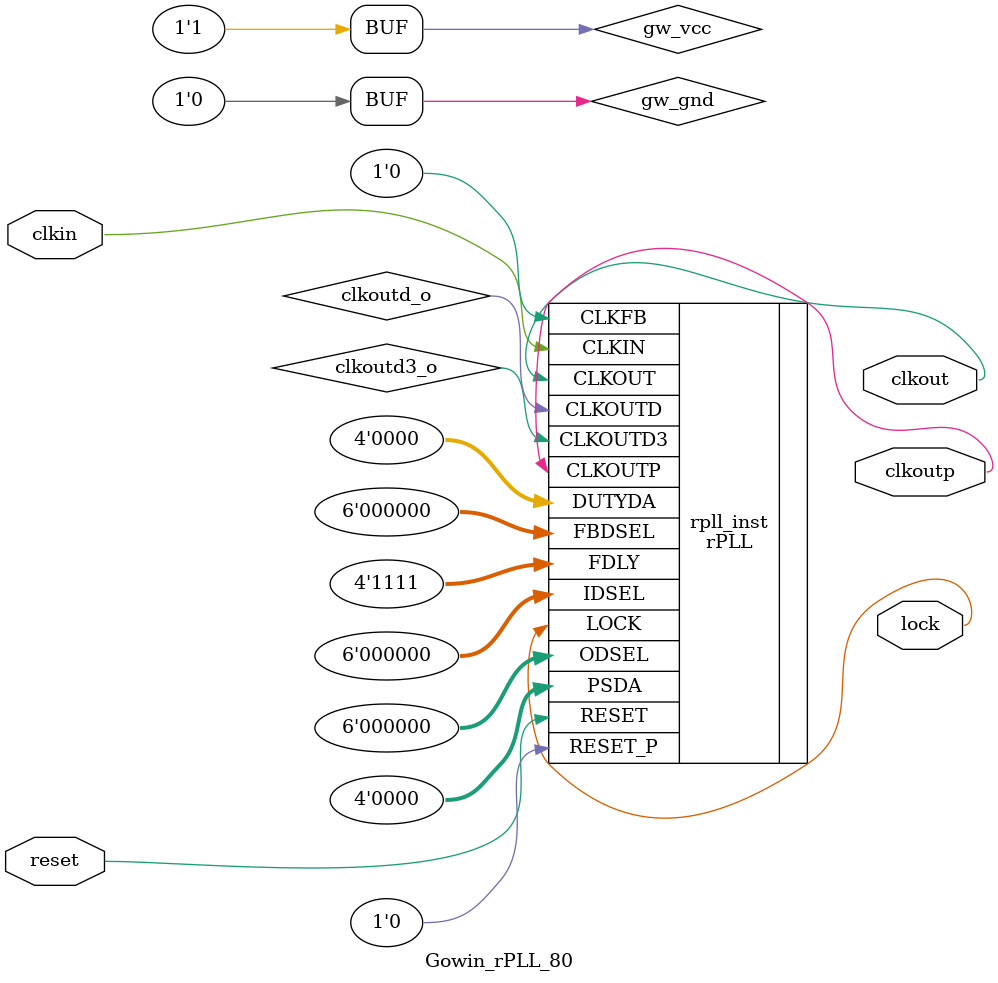
<source format=v>

module Gowin_rPLL_80 (clkout, lock, clkoutp, reset, clkin);

output clkout;
output lock;
output clkoutp;
input reset;
input clkin;

wire clkoutd_o;
wire clkoutd3_o;
wire gw_vcc;
wire gw_gnd;

assign gw_vcc = 1'b1;
assign gw_gnd = 1'b0;

rPLL rpll_inst (
    .CLKOUT(clkout),
    .LOCK(lock),
    .CLKOUTP(clkoutp),
    .CLKOUTD(clkoutd_o),
    .CLKOUTD3(clkoutd3_o),
    .RESET(reset),
    .RESET_P(gw_gnd),
    .CLKIN(clkin),
    .CLKFB(gw_gnd),
    .FBDSEL({gw_gnd,gw_gnd,gw_gnd,gw_gnd,gw_gnd,gw_gnd}),
    .IDSEL({gw_gnd,gw_gnd,gw_gnd,gw_gnd,gw_gnd,gw_gnd}),
    .ODSEL({gw_gnd,gw_gnd,gw_gnd,gw_gnd,gw_gnd,gw_gnd}),
    .PSDA({gw_gnd,gw_gnd,gw_gnd,gw_gnd}),
    .DUTYDA({gw_gnd,gw_gnd,gw_gnd,gw_gnd}),
    .FDLY({gw_vcc,gw_vcc,gw_vcc,gw_vcc})
);

defparam rpll_inst.FCLKIN = "40";
defparam rpll_inst.DYN_IDIV_SEL = "false";
defparam rpll_inst.IDIV_SEL = 0;
defparam rpll_inst.DYN_FBDIV_SEL = "false";
defparam rpll_inst.FBDIV_SEL = 1;
defparam rpll_inst.DYN_ODIV_SEL = "false";
defparam rpll_inst.ODIV_SEL = 8;
defparam rpll_inst.PSDA_SEL = "0000";
defparam rpll_inst.DYN_DA_EN = "false";
defparam rpll_inst.DUTYDA_SEL = "1001";
defparam rpll_inst.CLKOUT_FT_DIR = 1'b1;
defparam rpll_inst.CLKOUTP_FT_DIR = 1'b1;
defparam rpll_inst.CLKOUT_DLY_STEP = 0;
defparam rpll_inst.CLKOUTP_DLY_STEP = 0;
defparam rpll_inst.CLKFB_SEL = "internal";
defparam rpll_inst.CLKOUT_BYPASS = "false";
defparam rpll_inst.CLKOUTP_BYPASS = "false";
defparam rpll_inst.CLKOUTD_BYPASS = "false";
defparam rpll_inst.DYN_SDIV_SEL = 2;
defparam rpll_inst.CLKOUTD_SRC = "CLKOUT";
defparam rpll_inst.CLKOUTD3_SRC = "CLKOUT";
defparam rpll_inst.DEVICE = "GW2AR-18C";

endmodule //Gowin_rPLL_80

</source>
